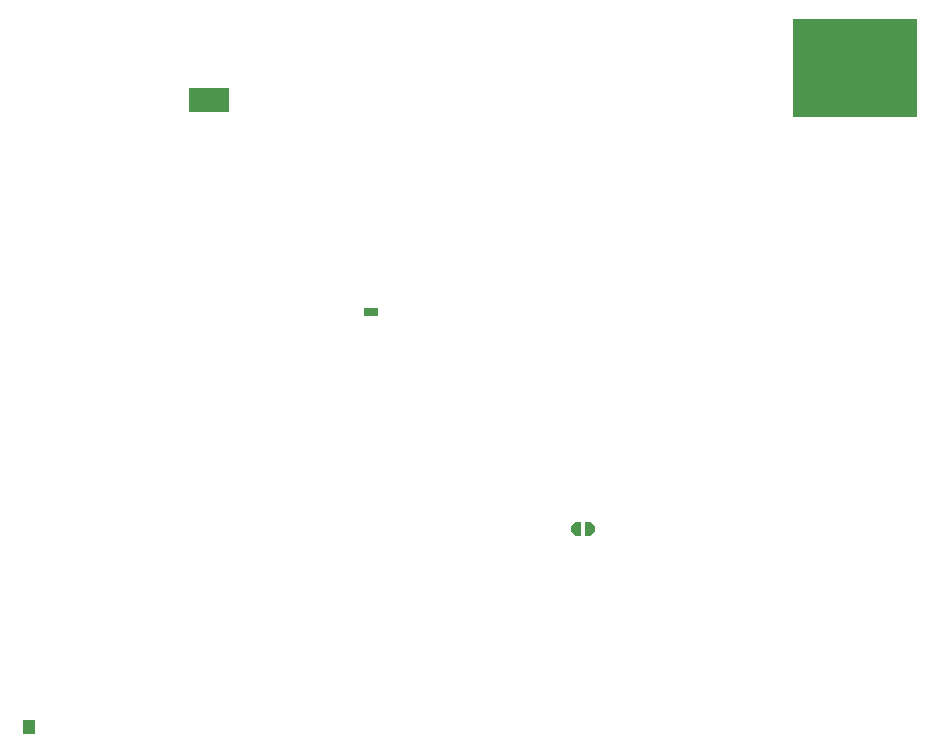
<source format=gbp>
G04 Layer: BottomPasteMaskLayer*
G04 EasyEDA v6.5.14, 2022-08-20 18:05:41*
G04 71264d21e31249e380a866b4b6076d16,6126cb6f80e34288b1b51c63ee1abbf7,10*
G04 Gerber Generator version 0.2*
G04 Scale: 100 percent, Rotated: No, Reflected: No *
G04 Dimensions in millimeters *
G04 leading zeros omitted , absolute positions ,4 integer and 5 decimal *
%FSLAX45Y45*%
%MOMM*%

%AMMACRO1*4,1,6,0.4128,0.6248,-0.0114,0.6248,-0.4128,0.2261,-0.4128,-0.2261,-0.0114,-0.6248,0.4128,-0.6248,0.4128,0.6248,0*%
%AMMACRO2*4,1,6,-0.4128,-0.6248,0.0114,-0.6248,0.4128,-0.2134,0.4128,0.2388,0.0114,0.6248,-0.4128,0.6248,-0.4128,-0.6248,0*%
%ADD10R,10.5029X8.4201*%
%ADD11R,1.0998X1.1989*%
%ADD12R,3.5052X2.1590*%
%ADD13R,1.2700X0.7620*%
%ADD14MACRO1*%
%ADD15MACRO2*%

%LPD*%
D10*
G01*
X9665004Y-1934997D03*
D11*
G01*
X2667127Y-7518400D03*
D12*
G01*
X4191000Y-2209800D03*
D13*
G01*
X5562600Y-4000500D03*
D14*
G01*
X7303643Y-5844539D03*
D15*
G01*
X7421245Y-5844539D03*
M02*

</source>
